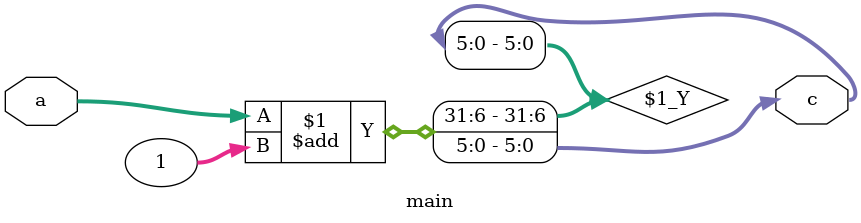
<source format=v>
module main (
  input wire [5:0] a,
  output wire [5:0] c
);

  parameter b = 1;
  assign c = a + b;

endmodule

</source>
